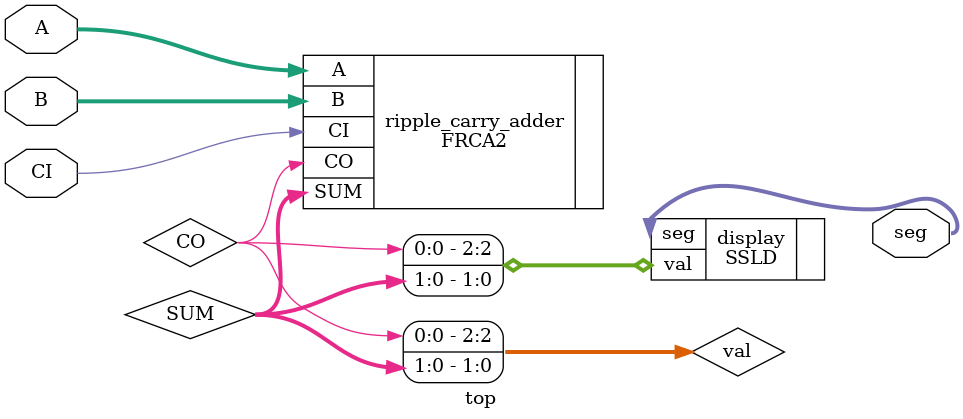
<source format=v>
`timescale 1ns / 1ps

module top(
    input [1:0] A, B,
    input CI,
    output [6:0] seg
);
    wire [1:0] SUM;
    wire CO;
    wire [2:0] val;

    FRCA2 ripple_carry_adder(
        .A(A),
        .B(B),
        .CI(CI),
        .SUM(SUM),
        .CO(CO)
    );
    
    /*FCLA carry_lookahead_adder(
        .A(A),
        .B(B),
        .CI(CI),
        .SUM(SUM),
        .CO(CO)
    );*/
    

    // Combine sum and carry for display
    assign val = {CO, SUM};  // 3-bit value to display

    // Instantiate the seven-segment display decoder
    SSLD display(
        .val(val),
        .seg(seg)
    );

endmodule

</source>
